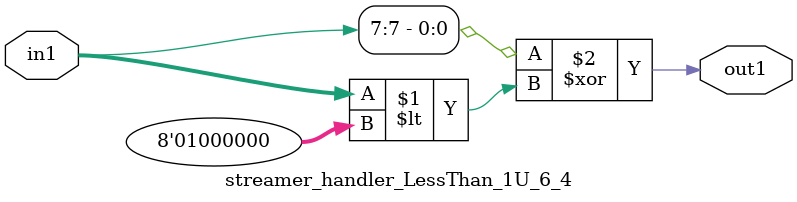
<source format=v>

`timescale 1ps / 1ps


module streamer_handler_LessThan_1U_6_4( in1, out1 );

    input [7:0] in1;
    output out1;

    
    // rtl_process:streamer_handler_LessThan_1U_6_4/streamer_handler_LessThan_1U_6_4_thread_1
    assign out1 = (in1[7] ^ in1 < 8'd064);

endmodule



</source>
